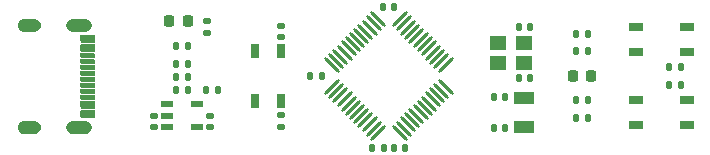
<source format=gtp>
%TF.GenerationSoftware,KiCad,Pcbnew,7.0.11*%
%TF.CreationDate,2024-04-18T20:59:41+08:00*%
%TF.ProjectId,UINIO-MCU-STM32F103C8T6,55494e49-4f2d-44d4-9355-2d53544d3332,Version 3.2.0*%
%TF.SameCoordinates,PX72c1710PY5584170*%
%TF.FileFunction,Paste,Top*%
%TF.FilePolarity,Positive*%
%FSLAX46Y46*%
G04 Gerber Fmt 4.6, Leading zero omitted, Abs format (unit mm)*
G04 Created by KiCad (PCBNEW 7.0.11) date 2024-04-18 20:59:41*
%MOMM*%
%LPD*%
G01*
G04 APERTURE LIST*
G04 Aperture macros list*
%AMRoundRect*
0 Rectangle with rounded corners*
0 $1 Rounding radius*
0 $2 $3 $4 $5 $6 $7 $8 $9 X,Y pos of 4 corners*
0 Add a 4 corners polygon primitive as box body*
4,1,4,$2,$3,$4,$5,$6,$7,$8,$9,$2,$3,0*
0 Add four circle primitives for the rounded corners*
1,1,$1+$1,$2,$3*
1,1,$1+$1,$4,$5*
1,1,$1+$1,$6,$7*
1,1,$1+$1,$8,$9*
0 Add four rect primitives between the rounded corners*
20,1,$1+$1,$2,$3,$4,$5,0*
20,1,$1+$1,$4,$5,$6,$7,0*
20,1,$1+$1,$6,$7,$8,$9,0*
20,1,$1+$1,$8,$9,$2,$3,0*%
%AMHorizOval*
0 Thick line with rounded ends*
0 $1 width*
0 $2 $3 position (X,Y) of the first rounded end (center of the circle)*
0 $4 $5 position (X,Y) of the second rounded end (center of the circle)*
0 Add line between two ends*
20,1,$1,$2,$3,$4,$5,0*
0 Add two circle primitives to create the rounded ends*
1,1,$1,$2,$3*
1,1,$1,$4,$5*%
G04 Aperture macros list end*
%ADD10C,0.120000*%
%ADD11RoundRect,0.135000X-0.185000X0.135000X-0.185000X-0.135000X0.185000X-0.135000X0.185000X0.135000X0*%
%ADD12RoundRect,0.140000X0.140000X0.170000X-0.140000X0.170000X-0.140000X-0.170000X0.140000X-0.170000X0*%
%ADD13RoundRect,0.135000X-0.135000X-0.185000X0.135000X-0.185000X0.135000X0.185000X-0.135000X0.185000X0*%
%ADD14R,0.650000X1.200000*%
%ADD15R,1.800000X1.000000*%
%ADD16R,1.000000X0.600000*%
%ADD17RoundRect,0.140000X-0.140000X-0.170000X0.140000X-0.170000X0.140000X0.170000X-0.140000X0.170000X0*%
%ADD18RoundRect,0.218750X-0.218750X-0.256250X0.218750X-0.256250X0.218750X0.256250X-0.218750X0.256250X0*%
%ADD19R,1.200000X0.650000*%
%ADD20RoundRect,0.140000X-0.170000X0.140000X-0.170000X-0.140000X0.170000X-0.140000X0.170000X0.140000X0*%
%ADD21R,1.150000X0.600000*%
%ADD22R,1.150000X0.300000*%
%ADD23RoundRect,0.140000X0.170000X-0.140000X0.170000X0.140000X-0.170000X0.140000X-0.170000X-0.140000X0*%
%ADD24RoundRect,0.135000X0.135000X0.185000X-0.135000X0.185000X-0.135000X-0.185000X0.135000X-0.185000X0*%
%ADD25R,1.400000X1.200000*%
%ADD26HorizOval,0.280000X-0.537401X0.537401X0.537401X-0.537401X0*%
%ADD27HorizOval,0.280000X0.537401X0.537401X-0.537401X-0.537401X0*%
%ADD28RoundRect,0.218750X0.218750X0.256250X-0.218750X0.256250X-0.218750X-0.256250X0.218750X-0.256250X0*%
%ADD29RoundRect,0.135000X0.185000X-0.135000X0.185000X0.135000X-0.185000X0.135000X-0.185000X-0.135000X0*%
G04 APERTURE END LIST*
%TO.C,USB1*%
D10*
X4405060Y-7272130D02*
X3255060Y-7272130D01*
X3255060Y-6672130D01*
X4405060Y-6672130D01*
X4405060Y-7272130D01*
G36*
X4405060Y-7272130D02*
G01*
X3255060Y-7272130D01*
X3255060Y-6672130D01*
X4405060Y-6672130D01*
X4405060Y-7272130D01*
G37*
X4405060Y-8072130D02*
X3255060Y-8072130D01*
X3255060Y-7472130D01*
X4405060Y-7472130D01*
X4405060Y-8072130D01*
G36*
X4405060Y-8072130D02*
G01*
X3255060Y-8072130D01*
X3255060Y-7472130D01*
X4405060Y-7472130D01*
X4405060Y-8072130D01*
G37*
X4405060Y-8572130D02*
X3255060Y-8572130D01*
X3255060Y-8272130D01*
X4405060Y-8272130D01*
X4405060Y-8572130D01*
G36*
X4405060Y-8572130D02*
G01*
X3255060Y-8572130D01*
X3255060Y-8272130D01*
X4405060Y-8272130D01*
X4405060Y-8572130D01*
G37*
X4405060Y-9072130D02*
X3255060Y-9072130D01*
X3255060Y-8772130D01*
X4405060Y-8772130D01*
X4405060Y-9072130D01*
G36*
X4405060Y-9072130D02*
G01*
X3255060Y-9072130D01*
X3255060Y-8772130D01*
X4405060Y-8772130D01*
X4405060Y-9072130D01*
G37*
X4405060Y-9572130D02*
X3255060Y-9572130D01*
X3255060Y-9272130D01*
X4405060Y-9272130D01*
X4405060Y-9572130D01*
G36*
X4405060Y-9572130D02*
G01*
X3255060Y-9572130D01*
X3255060Y-9272130D01*
X4405060Y-9272130D01*
X4405060Y-9572130D01*
G37*
X4405060Y-10072130D02*
X3255060Y-10072130D01*
X3255060Y-9772130D01*
X4405060Y-9772130D01*
X4405060Y-10072130D01*
G36*
X4405060Y-10072130D02*
G01*
X3255060Y-10072130D01*
X3255060Y-9772130D01*
X4405060Y-9772130D01*
X4405060Y-10072130D01*
G37*
X4405060Y-10572130D02*
X3255060Y-10572130D01*
X3255060Y-10272130D01*
X4405060Y-10272130D01*
X4405060Y-10572130D01*
G36*
X4405060Y-10572130D02*
G01*
X3255060Y-10572130D01*
X3255060Y-10272130D01*
X4405060Y-10272130D01*
X4405060Y-10572130D01*
G37*
X4405060Y-11072130D02*
X3255060Y-11072130D01*
X3255060Y-10772130D01*
X4405060Y-10772130D01*
X4405060Y-11072130D01*
G36*
X4405060Y-11072130D02*
G01*
X3255060Y-11072130D01*
X3255060Y-10772130D01*
X4405060Y-10772130D01*
X4405060Y-11072130D01*
G37*
X4405060Y-11572130D02*
X3255060Y-11572130D01*
X3255060Y-11272130D01*
X4405060Y-11272130D01*
X4405060Y-11572130D01*
G36*
X4405060Y-11572130D02*
G01*
X3255060Y-11572130D01*
X3255060Y-11272130D01*
X4405060Y-11272130D01*
X4405060Y-11572130D01*
G37*
X4405060Y-12072130D02*
X3255060Y-12072130D01*
X3255060Y-11772130D01*
X4405060Y-11772130D01*
X4405060Y-12072130D01*
G36*
X4405060Y-12072130D02*
G01*
X3255060Y-12072130D01*
X3255060Y-11772130D01*
X4405060Y-11772130D01*
X4405060Y-12072130D01*
G37*
X4405060Y-12872130D02*
X3255060Y-12872130D01*
X3255060Y-12272130D01*
X4405060Y-12272130D01*
X4405060Y-12872130D01*
G36*
X4405060Y-12872130D02*
G01*
X3255060Y-12872130D01*
X3255060Y-12272130D01*
X4405060Y-12272130D01*
X4405060Y-12872130D01*
G37*
X4405060Y-13672130D02*
X3255060Y-13672130D01*
X3255060Y-13072130D01*
X4405060Y-13072130D01*
X4405060Y-13672130D01*
G36*
X4405060Y-13672130D02*
G01*
X3255060Y-13672130D01*
X3255060Y-13072130D01*
X4405060Y-13072130D01*
X4405060Y-13672130D01*
G37*
X3715060Y-5357130D02*
X3809060Y-5385130D01*
X3895060Y-5431130D01*
X3971060Y-5493130D01*
X4033060Y-5569130D01*
X4080060Y-5656130D01*
X4108060Y-5749130D01*
X4118060Y-5847130D01*
X4108060Y-5945130D01*
X4080060Y-6038130D01*
X4033060Y-6125130D01*
X3971060Y-6201130D01*
X3895060Y-6263130D01*
X3809060Y-6309130D01*
X3715060Y-6337130D01*
X3618060Y-6347130D01*
X2518060Y-6347130D01*
X2420060Y-6337130D01*
X2326060Y-6309130D01*
X2240060Y-6263130D01*
X2164060Y-6201130D01*
X2102060Y-6125130D01*
X2056060Y-6038130D01*
X2027060Y-5945130D01*
X2018060Y-5847130D01*
X2027060Y-5749130D01*
X2056060Y-5656130D01*
X2102060Y-5569130D01*
X2164060Y-5493130D01*
X2240060Y-5431130D01*
X2326060Y-5385130D01*
X2420060Y-5357130D01*
X2518060Y-5347130D01*
X3618060Y-5347130D01*
X3715060Y-5357130D01*
G36*
X3715060Y-5357130D02*
G01*
X3809060Y-5385130D01*
X3895060Y-5431130D01*
X3971060Y-5493130D01*
X4033060Y-5569130D01*
X4080060Y-5656130D01*
X4108060Y-5749130D01*
X4118060Y-5847130D01*
X4108060Y-5945130D01*
X4080060Y-6038130D01*
X4033060Y-6125130D01*
X3971060Y-6201130D01*
X3895060Y-6263130D01*
X3809060Y-6309130D01*
X3715060Y-6337130D01*
X3618060Y-6347130D01*
X2518060Y-6347130D01*
X2420060Y-6337130D01*
X2326060Y-6309130D01*
X2240060Y-6263130D01*
X2164060Y-6201130D01*
X2102060Y-6125130D01*
X2056060Y-6038130D01*
X2027060Y-5945130D01*
X2018060Y-5847130D01*
X2027060Y-5749130D01*
X2056060Y-5656130D01*
X2102060Y-5569130D01*
X2164060Y-5493130D01*
X2240060Y-5431130D01*
X2326060Y-5385130D01*
X2420060Y-5357130D01*
X2518060Y-5347130D01*
X3618060Y-5347130D01*
X3715060Y-5357130D01*
G37*
X-584940Y-5357130D02*
X-490940Y-5385130D01*
X-404940Y-5431130D01*
X-328940Y-5493130D01*
X-266940Y-5569130D01*
X-219940Y-5656130D01*
X-191940Y-5749130D01*
X-181940Y-5847130D01*
X-191940Y-5945130D01*
X-219940Y-6038130D01*
X-266940Y-6125130D01*
X-328940Y-6201130D01*
X-404940Y-6263130D01*
X-490940Y-6309130D01*
X-584940Y-6337130D01*
X-681940Y-6347130D01*
X-1581940Y-6347130D01*
X-1679940Y-6337130D01*
X-1773940Y-6309130D01*
X-1859940Y-6263130D01*
X-1935940Y-6201130D01*
X-1997940Y-6125130D01*
X-2043940Y-6038130D01*
X-2072940Y-5945130D01*
X-2081940Y-5847130D01*
X-2072940Y-5749130D01*
X-2043940Y-5656130D01*
X-1997940Y-5569130D01*
X-1935940Y-5493130D01*
X-1859940Y-5431130D01*
X-1773940Y-5385130D01*
X-1679940Y-5357130D01*
X-1581940Y-5347130D01*
X-681940Y-5347130D01*
X-584940Y-5357130D01*
G36*
X-584940Y-5357130D02*
G01*
X-490940Y-5385130D01*
X-404940Y-5431130D01*
X-328940Y-5493130D01*
X-266940Y-5569130D01*
X-219940Y-5656130D01*
X-191940Y-5749130D01*
X-181940Y-5847130D01*
X-191940Y-5945130D01*
X-219940Y-6038130D01*
X-266940Y-6125130D01*
X-328940Y-6201130D01*
X-404940Y-6263130D01*
X-490940Y-6309130D01*
X-584940Y-6337130D01*
X-681940Y-6347130D01*
X-1581940Y-6347130D01*
X-1679940Y-6337130D01*
X-1773940Y-6309130D01*
X-1859940Y-6263130D01*
X-1935940Y-6201130D01*
X-1997940Y-6125130D01*
X-2043940Y-6038130D01*
X-2072940Y-5945130D01*
X-2081940Y-5847130D01*
X-2072940Y-5749130D01*
X-2043940Y-5656130D01*
X-1997940Y-5569130D01*
X-1935940Y-5493130D01*
X-1859940Y-5431130D01*
X-1773940Y-5385130D01*
X-1679940Y-5357130D01*
X-1581940Y-5347130D01*
X-681940Y-5347130D01*
X-584940Y-5357130D01*
G37*
X3715060Y-14007130D02*
X3809060Y-14035130D01*
X3895060Y-14081130D01*
X3971060Y-14143130D01*
X4033060Y-14219130D01*
X4080060Y-14306130D01*
X4108060Y-14399130D01*
X4118060Y-14497130D01*
X4108060Y-14595130D01*
X4080060Y-14688130D01*
X4033060Y-14775130D01*
X3971060Y-14851130D01*
X3895060Y-14913130D01*
X3809060Y-14959130D01*
X3715060Y-14987130D01*
X3618060Y-14997130D01*
X2518060Y-14997130D01*
X2420060Y-14987130D01*
X2326060Y-14959130D01*
X2240060Y-14913130D01*
X2164060Y-14851130D01*
X2102060Y-14775130D01*
X2056060Y-14688130D01*
X2027060Y-14595130D01*
X2018060Y-14497130D01*
X2027060Y-14399130D01*
X2056060Y-14306130D01*
X2102060Y-14219130D01*
X2164060Y-14143130D01*
X2240060Y-14081130D01*
X2326060Y-14035130D01*
X2420060Y-14007130D01*
X2518060Y-13997130D01*
X3618060Y-13997130D01*
X3715060Y-14007130D01*
G36*
X3715060Y-14007130D02*
G01*
X3809060Y-14035130D01*
X3895060Y-14081130D01*
X3971060Y-14143130D01*
X4033060Y-14219130D01*
X4080060Y-14306130D01*
X4108060Y-14399130D01*
X4118060Y-14497130D01*
X4108060Y-14595130D01*
X4080060Y-14688130D01*
X4033060Y-14775130D01*
X3971060Y-14851130D01*
X3895060Y-14913130D01*
X3809060Y-14959130D01*
X3715060Y-14987130D01*
X3618060Y-14997130D01*
X2518060Y-14997130D01*
X2420060Y-14987130D01*
X2326060Y-14959130D01*
X2240060Y-14913130D01*
X2164060Y-14851130D01*
X2102060Y-14775130D01*
X2056060Y-14688130D01*
X2027060Y-14595130D01*
X2018060Y-14497130D01*
X2027060Y-14399130D01*
X2056060Y-14306130D01*
X2102060Y-14219130D01*
X2164060Y-14143130D01*
X2240060Y-14081130D01*
X2326060Y-14035130D01*
X2420060Y-14007130D01*
X2518060Y-13997130D01*
X3618060Y-13997130D01*
X3715060Y-14007130D01*
G37*
X-584940Y-14007130D02*
X-490940Y-14035130D01*
X-404940Y-14081130D01*
X-328940Y-14143130D01*
X-266940Y-14219130D01*
X-219940Y-14306130D01*
X-191940Y-14399130D01*
X-181940Y-14497130D01*
X-191940Y-14595130D01*
X-219940Y-14688130D01*
X-266940Y-14775130D01*
X-328940Y-14851130D01*
X-404940Y-14913130D01*
X-490940Y-14959130D01*
X-584940Y-14987130D01*
X-681940Y-14997130D01*
X-1581940Y-14997130D01*
X-1679940Y-14987130D01*
X-1773940Y-14959130D01*
X-1859940Y-14913130D01*
X-1935940Y-14851130D01*
X-1997940Y-14775130D01*
X-2043940Y-14688130D01*
X-2072940Y-14595130D01*
X-2081940Y-14497130D01*
X-2072940Y-14399130D01*
X-2043940Y-14306130D01*
X-1997940Y-14219130D01*
X-1935940Y-14143130D01*
X-1859940Y-14081130D01*
X-1773940Y-14035130D01*
X-1679940Y-14007130D01*
X-1581940Y-13997130D01*
X-681940Y-13997130D01*
X-584940Y-14007130D01*
G36*
X-584940Y-14007130D02*
G01*
X-490940Y-14035130D01*
X-404940Y-14081130D01*
X-328940Y-14143130D01*
X-266940Y-14219130D01*
X-219940Y-14306130D01*
X-191940Y-14399130D01*
X-181940Y-14497130D01*
X-191940Y-14595130D01*
X-219940Y-14688130D01*
X-266940Y-14775130D01*
X-328940Y-14851130D01*
X-404940Y-14913130D01*
X-490940Y-14959130D01*
X-584940Y-14987130D01*
X-681940Y-14997130D01*
X-1581940Y-14997130D01*
X-1679940Y-14987130D01*
X-1773940Y-14959130D01*
X-1859940Y-14913130D01*
X-1935940Y-14851130D01*
X-1997940Y-14775130D01*
X-2043940Y-14688130D01*
X-2072940Y-14595130D01*
X-2081940Y-14497130D01*
X-2072940Y-14399130D01*
X-2043940Y-14306130D01*
X-1997940Y-14219130D01*
X-1935940Y-14143130D01*
X-1859940Y-14081130D01*
X-1773940Y-14035130D01*
X-1679940Y-14007130D01*
X-1581940Y-13997130D01*
X-681940Y-13997130D01*
X-584940Y-14007130D01*
G37*
%TD*%
D11*
%TO.C,R1*%
X13910000Y-5520000D03*
X13910000Y-6540000D03*
%TD*%
D12*
%TO.C,C7*%
X46190000Y-13727130D03*
X45230000Y-13727130D03*
%TD*%
D13*
%TO.C,R8*%
X53080000Y-9410000D03*
X54100000Y-9410000D03*
%TD*%
D14*
%TO.C,SW2*%
X20205000Y-8022130D03*
X20205000Y-12322130D03*
X18055000Y-8022130D03*
X18055000Y-12322130D03*
%TD*%
D15*
%TO.C,Y1*%
X40799060Y-12012130D03*
X40799060Y-14512130D03*
%TD*%
D16*
%TO.C,U1*%
X10529060Y-12576130D03*
X10529060Y-13526130D03*
X10529060Y-14476130D03*
X13129060Y-14476130D03*
X13129060Y-12576130D03*
%TD*%
D17*
%TO.C,C11*%
X38239060Y-11972130D03*
X39199060Y-11972130D03*
%TD*%
D18*
%TO.C,D1*%
X10751560Y-5490000D03*
X12326560Y-5490000D03*
%TD*%
D19*
%TO.C,SW3*%
X50260000Y-12182130D03*
X54560000Y-12182130D03*
X50260000Y-14332130D03*
X54560000Y-14332130D03*
%TD*%
D20*
%TO.C,C2*%
X9429060Y-13512130D03*
X9429060Y-14472130D03*
%TD*%
D13*
%TO.C,R10*%
X45200000Y-12177130D03*
X46220000Y-12177130D03*
%TD*%
%TO.C,R4*%
X11310000Y-11360000D03*
X12330000Y-11360000D03*
%TD*%
D12*
%TO.C,C13*%
X30740940Y-16230000D03*
X29780940Y-16230000D03*
%TD*%
%TO.C,C4*%
X29820000Y-4360000D03*
X28860000Y-4360000D03*
%TD*%
D13*
%TO.C,R12*%
X14920000Y-11360000D03*
X13900000Y-11360000D03*
%TD*%
D17*
%TO.C,C10*%
X38239060Y-14542130D03*
X39199060Y-14542130D03*
%TD*%
D21*
%TO.C,USB1*%
X3830060Y-6972130D03*
X3830060Y-7772130D03*
D22*
X3830060Y-8922130D03*
X3830060Y-9922130D03*
X3830060Y-10422130D03*
X3830060Y-11422130D03*
D21*
X3830060Y-13372130D03*
X3830060Y-12572130D03*
D22*
X3830060Y-11922130D03*
X3830060Y-10922130D03*
X3830060Y-9422130D03*
X3830060Y-8422130D03*
%TD*%
D23*
%TO.C,C5*%
X14230000Y-14472130D03*
X14230000Y-13512130D03*
%TD*%
D24*
%TO.C,R9*%
X54100000Y-10940000D03*
X53080000Y-10940000D03*
%TD*%
D25*
%TO.C,Y2*%
X40759060Y-7332130D03*
X38559060Y-7332130D03*
X38559060Y-9032130D03*
X40759060Y-9032130D03*
%TD*%
D13*
%TO.C,R5*%
X45200000Y-8077130D03*
X46220000Y-8077130D03*
%TD*%
D17*
%TO.C,C6*%
X27960000Y-16230000D03*
X28920000Y-16230000D03*
%TD*%
D26*
%TO.C,U2*%
X30268299Y-14975456D03*
X30621852Y-14621903D03*
X30975406Y-14268349D03*
X31328959Y-13914796D03*
X31682512Y-13561243D03*
X32036066Y-13207689D03*
X32389619Y-12854136D03*
X32743173Y-12500582D03*
X33096726Y-12147029D03*
X33450279Y-11793476D03*
X33803833Y-11439922D03*
X34157386Y-11086369D03*
D27*
X34157386Y-9247891D03*
X33803833Y-8894338D03*
X33450279Y-8540784D03*
X33096726Y-8187231D03*
X32743173Y-7833678D03*
X32389619Y-7480124D03*
X32036066Y-7126571D03*
X31682512Y-6773017D03*
X31328959Y-6419464D03*
X30975406Y-6065911D03*
X30621852Y-5712357D03*
X30268299Y-5358804D03*
D26*
X28429821Y-5358804D03*
X28076268Y-5712357D03*
X27722714Y-6065911D03*
X27369161Y-6419464D03*
X27015608Y-6773017D03*
X26662054Y-7126571D03*
X26308501Y-7480124D03*
X25954947Y-7833678D03*
X25601394Y-8187231D03*
X25247841Y-8540784D03*
X24894287Y-8894338D03*
X24540734Y-9247891D03*
D27*
X24540734Y-11086369D03*
X24894287Y-11439922D03*
X25247841Y-11793476D03*
X25601394Y-12147029D03*
X25954947Y-12500582D03*
X26308501Y-12854136D03*
X26662054Y-13207689D03*
X27015608Y-13561243D03*
X27369161Y-13914796D03*
X27722714Y-14268349D03*
X28076268Y-14621903D03*
X28429821Y-14975456D03*
%TD*%
D12*
%TO.C,C8*%
X41329060Y-10342130D03*
X40369060Y-10342130D03*
%TD*%
D13*
%TO.C,R3*%
X11310000Y-9108156D03*
X12330000Y-9108156D03*
%TD*%
%TO.C,R2*%
X11310000Y-10210000D03*
X12330000Y-10210000D03*
%TD*%
D12*
%TO.C,C1*%
X46190000Y-6577130D03*
X45230000Y-6577130D03*
%TD*%
D28*
%TO.C,L1*%
X46497500Y-10177130D03*
X44922500Y-10177130D03*
%TD*%
D23*
%TO.C,C9*%
X20210000Y-6860000D03*
X20210000Y-5900000D03*
%TD*%
D13*
%TO.C,R11*%
X11310000Y-7620000D03*
X12330000Y-7620000D03*
%TD*%
D17*
%TO.C,C3*%
X22699060Y-10132130D03*
X23659060Y-10132130D03*
%TD*%
D29*
%TO.C,R6*%
X20210000Y-14490000D03*
X20210000Y-13470000D03*
%TD*%
D12*
%TO.C,C12*%
X41329060Y-6022130D03*
X40369060Y-6022130D03*
%TD*%
D19*
%TO.C,SW1*%
X54550000Y-8172130D03*
X50250000Y-8172130D03*
X54550000Y-6022130D03*
X50250000Y-6022130D03*
%TD*%
M02*

</source>
